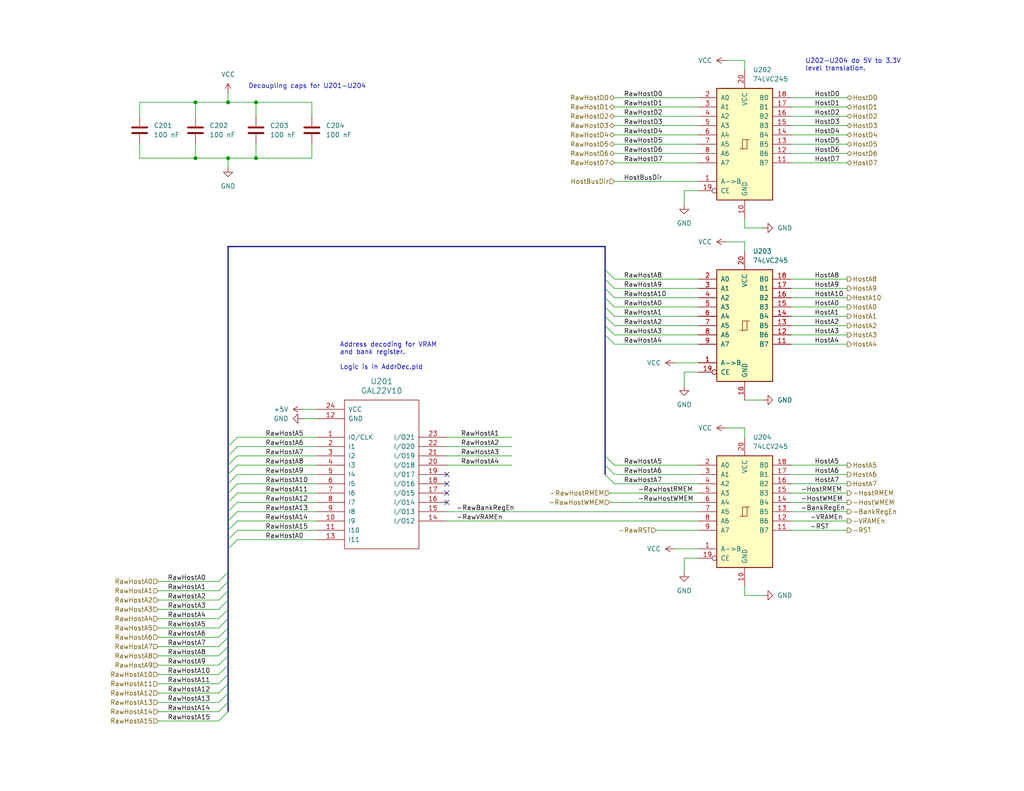
<source format=kicad_sch>
(kicad_sch (version 20231120) (generator "eeschema") (generator_version "8.0")
  (paper "USLetter")
  (title_block (title "Host interface") (company "daveho hacks"))
  (lib_symbols
    (symbol "74xx:74LS245" (pin_names (offset 1.016))
      (property "Reference" "U" (at -7.62 16.51 0))
      (property "Value" "74LS245" (at -7.62 -16.51 0))
      (symbol "74LS245_1_0"
        (polyline (pts (xy -0.635 -1.27) (xy -0.635 1.27) (xy 0.635 1.27)))
        (polyline (pts (xy -1.27 -1.27) (xy 0.635 -1.27) (xy 0.635 1.27) (xy 1.27 1.27)))
        (pin input line (at -12.7 -10.16 0) (length 5.08) (name "A->B") (number "1"))
        (pin power_in line (at 0 -20.32 90) (length 5.08) (name "GND") (number "10"))
        (pin tri_state line (at 12.7 -5.08 180) (length 5.08) (name "B7") (number "11"))
        (pin tri_state line (at 12.7 -2.54 180) (length 5.08) (name "B6") (number "12"))
        (pin tri_state line (at 12.7 0 180) (length 5.08) (name "B5") (number "13"))
        (pin tri_state line (at 12.7 2.54 180) (length 5.08) (name "B4") (number "14"))
        (pin tri_state line (at 12.7 5.08 180) (length 5.08) (name "B3") (number "15"))
        (pin tri_state line (at 12.7 7.62 180) (length 5.08) (name "B2") (number "16"))
        (pin tri_state line (at 12.7 10.16 180) (length 5.08) (name "B1") (number "17"))
        (pin tri_state line (at 12.7 12.7 180) (length 5.08) (name "B0") (number "18"))
        (pin input inverted (at -12.7 -12.7 0) (length 5.08) (name "CE") (number "19"))
        (pin tri_state line (at -12.7 12.7 0) (length 5.08) (name "A0") (number "2"))
        (pin power_in line (at 0 20.32 270) (length 5.08) (name "VCC") (number "20"))
        (pin tri_state line (at -12.7 10.16 0) (length 5.08) (name "A1") (number "3"))
        (pin tri_state line (at -12.7 7.62 0) (length 5.08) (name "A2") (number "4"))
        (pin tri_state line (at -12.7 5.08 0) (length 5.08) (name "A3") (number "5"))
        (pin tri_state line (at -12.7 2.54 0) (length 5.08) (name "A4") (number "6"))
        (pin tri_state line (at -12.7 0 0) (length 5.08) (name "A5") (number "7"))
        (pin tri_state line (at -12.7 -2.54 0) (length 5.08) (name "A6") (number "8"))
        (pin tri_state line (at -12.7 -5.08 0) (length 5.08) (name "A7") (number "9"))
      )
      (symbol "74LS245_1_1"
        (rectangle (start -7.62 15.24) (end 7.62 -15.24) (stroke (width 0.254)) (fill (type background)))
      )
    )
    (symbol "Device:C" (pin_numbers hide) (pin_names (offset 0.254))
      (property "Reference" "C" (at 0.635 2.54 0))
      (property "Value" "C" (at 0.635 -2.54 0))
      (symbol "C_0_1"
        (polyline (pts (xy -2.032 -0.762) (xy 2.032 -0.762)) (stroke (width 0.508)))
        (polyline (pts (xy -2.032 0.762) (xy 2.032 0.762)) (stroke (width 0.508)))
      )
      (symbol "C_1_1"
        (pin passive line (at 0 3.81 270) (length 2.794) (name "~") (number "1"))
        (pin passive line (at 0 -3.81 90) (length 2.794) (name "~") (number "2"))
      )
    )
    (symbol "power:+5V" (power) (pin_numbers hide) (pin_names (offset 0) hide)
      (property "Value" "+5V" (at 0 3.556 0))
      (symbol "+5V_0_1"
        (polyline (pts (xy -0.762 1.27) (xy 0 2.54)))
        (polyline (pts (xy 0 0) (xy 0 2.54)))
        (polyline (pts (xy 0 2.54) (xy 0.762 1.27)))
      )
      (symbol "+5V_1_1"
        (pin power_in line (at 0 0 90) (length 0) (name "~") (number "1"))
      )
    )
    (symbol "power:GND" (power) (pin_numbers hide) (pin_names (offset 0) hide)
      (property "Value" "GND" (at 0 -3.81 0))
      (symbol "GND_0_1"
        (polyline (pts (xy 0 0) (xy 0 -1.27) (xy 1.27 -1.27) (xy 0 -2.54) (xy -1.27 -1.27) (xy 0 -1.27)))
      )
      (symbol "GND_1_1"
        (pin power_in line (at 0 0 270) (length 0) (name "~") (number "1"))
      )
    )
    (symbol "power:VCC" (power) (pin_numbers hide) (pin_names (offset 0) hide)
      (property "Value" "VCC" (at 0 3.556 0))
      (symbol "VCC_0_1"
        (polyline (pts (xy -0.762 1.27) (xy 0 2.54)))
        (polyline (pts (xy 0 0) (xy 0 2.54)))
        (polyline (pts (xy 0 2.54) (xy 0.762 1.27)))
      )
      (symbol "VCC_1_1"
        (pin power_in line (at 0 0 90) (length 0) (name "~") (number "1"))
      )
    )
    (symbol "ya68k:GAL22V10" (pin_names (offset 1.016))
      (property "Reference" "U" (at -1.27 20.32 0))
      (property "Value" "GAL22V10" (at 0 -24.13 0))
      (symbol "GAL22V10_0_1"
        (rectangle (start -10.16 19.05) (end 10.16 -21.59))
      )
      (symbol "GAL22V10_1_1"
        (pin input line (at -17.78 8.89 0) (length 7.62) (name "I0/CLK") (number "1"))
        (pin input line (at -17.78 -13.97 0) (length 7.62) (name "I9") (number "10"))
        (pin input line (at -17.78 -16.51 0) (length 7.62) (name "I10") (number "11"))
        (pin power_in line (at -17.78 13.97 0) (length 7.62) (name "GND") (number "12"))
        (pin input line (at -17.78 -19.05 0) (length 7.62) (name "I11") (number "13"))
        (pin bidirectional line (at 17.78 -13.97 180) (length 7.62) (name "I/O12") (number "14"))
        (pin bidirectional line (at 17.78 -11.43 180) (length 7.62) (name "I/O13") (number "15"))
        (pin bidirectional line (at 17.78 -8.89 180) (length 7.62) (name "I/O14") (number "16"))
        (pin bidirectional line (at 17.78 -6.35 180) (length 7.62) (name "I/O15") (number "17"))
        (pin bidirectional line (at 17.78 -3.81 180) (length 7.62) (name "I/O16") (number "18"))
        (pin bidirectional line (at 17.78 -1.27 180) (length 7.62) (name "I/O17") (number "19"))
        (pin input line (at -17.78 6.35 0) (length 7.62) (name "I1") (number "2"))
        (pin bidirectional line (at 17.78 1.27 180) (length 7.62) (name "I/O18") (number "20"))
        (pin bidirectional line (at 17.78 3.81 180) (length 7.62) (name "I/O19") (number "21"))
        (pin bidirectional line (at 17.78 6.35 180) (length 7.62) (name "I/O20") (number "22"))
        (pin bidirectional line (at 17.78 8.89 180) (length 7.62) (name "I/O21") (number "23"))
        (pin power_in line (at -17.78 16.51 0) (length 7.62) (name "VCC") (number "24"))
        (pin input line (at -17.78 3.81 0) (length 7.62) (name "I2") (number "3"))
        (pin input line (at -17.78 1.27 0) (length 7.62) (name "I3") (number "4"))
        (pin input line (at -17.78 -1.27 0) (length 7.62) (name "I4") (number "5"))
        (pin input line (at -17.78 -3.81 0) (length 7.62) (name "I5") (number "6"))
        (pin input line (at -17.78 -6.35 0) (length 7.62) (name "I6") (number "7"))
        (pin input line (at -17.78 -8.89 0) (length 7.62) (name "I7") (number "8"))
        (pin input line (at -17.78 -11.43 0) (length 7.62) (name "I8") (number "9"))
      )
    )
  )
  (junction (at 69.85 43.18))
  (junction (at 53.34 27.94))
  (junction (at 53.34 43.18))
  (junction (at 69.85 27.94))
  (junction (at 62.23 43.18))
  (junction (at 62.23 27.94))
  (no_connect (at 121.92 137.16))
  (no_connect (at 121.92 129.54))
  (no_connect (at 121.92 134.62))
  (no_connect (at 121.92 132.08))
  (bus_entry (at 62.23 132.08) (size 2.54 -2.54))
  (bus_entry (at 62.23 121.92) (size 2.54 -2.54))
  (bus_entry (at 59.69 194.31) (size 2.54 -2.54))
  (bus_entry (at 59.69 173.99) (size 2.54 -2.54))
  (bus_entry (at 59.69 189.23) (size 2.54 -2.54))
  (bus_entry (at 62.23 124.46) (size 2.54 -2.54))
  (bus_entry (at 59.69 163.83) (size 2.54 -2.54))
  (bus_entry (at 165.1 73.66) (size 2.54 2.54))
  (bus_entry (at 59.69 171.45) (size 2.54 -2.54))
  (bus_entry (at 165.1 127) (size 2.54 2.54))
  (bus_entry (at 59.69 168.91) (size 2.54 -2.54))
  (bus_entry (at 62.23 134.62) (size 2.54 -2.54))
  (bus_entry (at 59.69 166.37) (size 2.54 -2.54))
  (bus_entry (at 62.23 149.86) (size 2.54 -2.54))
  (bus_entry (at 62.23 137.16) (size 2.54 -2.54))
  (bus_entry (at 165.1 81.28) (size 2.54 2.54))
  (bus_entry (at 165.1 78.74) (size 2.54 2.54))
  (bus_entry (at 59.69 181.61) (size 2.54 -2.54))
  (bus_entry (at 165.1 91.44) (size 2.54 2.54))
  (bus_entry (at 59.69 184.15) (size 2.54 -2.54))
  (bus_entry (at 62.23 144.78) (size 2.54 -2.54))
  (bus_entry (at 62.23 129.54) (size 2.54 -2.54))
  (bus_entry (at 165.1 86.36) (size 2.54 2.54))
  (bus_entry (at 59.69 176.53) (size 2.54 -2.54))
  (bus_entry (at 59.69 196.85) (size 2.54 -2.54))
  (bus_entry (at 59.69 179.07) (size 2.54 -2.54))
  (bus_entry (at 165.1 88.9) (size 2.54 2.54))
  (bus_entry (at 165.1 76.2) (size 2.54 2.54))
  (bus_entry (at 62.23 139.7) (size 2.54 -2.54))
  (bus_entry (at 165.1 83.82) (size 2.54 2.54))
  (bus_entry (at 62.23 127) (size 2.54 -2.54))
  (bus_entry (at 59.69 158.75) (size 2.54 -2.54))
  (bus_entry (at 59.69 191.77) (size 2.54 -2.54))
  (bus_entry (at 59.69 161.29) (size 2.54 -2.54))
  (bus_entry (at 59.69 186.69) (size 2.54 -2.54))
  (bus_entry (at 165.1 129.54) (size 2.54 2.54))
  (bus_entry (at 62.23 147.32) (size 2.54 -2.54))
  (bus_entry (at 165.1 124.46) (size 2.54 2.54))
  (bus_entry (at 62.23 142.24) (size 2.54 -2.54))
  (wire (pts (xy 203.2 66.04) (xy 203.2 68.58)))
  (wire (pts (xy 215.9 129.54) (xy 231.14 129.54)))
  (wire (pts (xy 167.64 129.54) (xy 190.5 129.54)))
  (bus (pts (xy 165.1 86.36) (xy 165.1 88.9)))
  (bus (pts (xy 62.23 147.32) (xy 62.23 149.86)))
  (bus (pts (xy 62.23 171.45) (xy 62.23 173.99)))
  (wire (pts (xy 215.9 81.28) (xy 231.14 81.28)))
  (wire (pts (xy 43.18 176.53) (xy 59.69 176.53)))
  (wire (pts (xy 203.2 162.56) (xy 203.2 160.02)))
  (wire (pts (xy 167.64 76.2) (xy 190.5 76.2)))
  (wire (pts (xy 64.77 119.38) (xy 86.36 119.38)))
  (wire (pts (xy 167.64 44.45) (xy 190.5 44.45)))
  (bus (pts (xy 62.23 181.61) (xy 62.23 184.15)))
  (wire (pts (xy 64.77 144.78) (xy 86.36 144.78)))
  (bus (pts (xy 62.23 163.83) (xy 62.23 166.37)))
  (bus (pts (xy 165.1 76.2) (xy 165.1 78.74)))
  (wire (pts (xy 215.9 31.75) (xy 231.14 31.75)))
  (wire (pts (xy 167.64 83.82) (xy 190.5 83.82)))
  (wire (pts (xy 190.5 152.4) (xy 186.69 152.4)))
  (wire (pts (xy 166.37 134.62) (xy 190.5 134.62)))
  (wire (pts (xy 215.9 83.82) (xy 231.14 83.82)))
  (bus (pts (xy 62.23 191.77) (xy 62.23 194.31)))
  (wire (pts (xy 82.55 114.3) (xy 86.36 114.3)))
  (bus (pts (xy 62.23 127) (xy 62.23 129.54)))
  (bus (pts (xy 62.23 168.91) (xy 62.23 171.45)))
  (wire (pts (xy 69.85 27.94) (xy 85.09 27.94)))
  (wire (pts (xy 62.23 27.94) (xy 69.85 27.94)))
  (wire (pts (xy 64.77 139.7) (xy 86.36 139.7)))
  (wire (pts (xy 53.34 39.37) (xy 53.34 43.18)))
  (wire (pts (xy 53.34 27.94) (xy 53.34 31.75)))
  (bus (pts (xy 165.1 88.9) (xy 165.1 91.44)))
  (wire (pts (xy 167.64 132.08) (xy 190.5 132.08)))
  (wire (pts (xy 215.9 29.21) (xy 231.14 29.21)))
  (wire (pts (xy 167.64 91.44) (xy 190.5 91.44)))
  (wire (pts (xy 215.9 127) (xy 231.14 127)))
  (wire (pts (xy 121.92 139.7) (xy 190.5 139.7)))
  (wire (pts (xy 38.1 27.94) (xy 38.1 31.75)))
  (wire (pts (xy 215.9 137.16) (xy 231.14 137.16)))
  (wire (pts (xy 215.9 39.37) (xy 231.14 39.37)))
  (bus (pts (xy 62.23 144.78) (xy 62.23 147.32)))
  (wire (pts (xy 64.77 137.16) (xy 86.36 137.16)))
  (bus (pts (xy 165.1 127) (xy 165.1 129.54)))
  (wire (pts (xy 64.77 134.62) (xy 86.36 134.62)))
  (bus (pts (xy 62.23 132.08) (xy 62.23 134.62)))
  (wire (pts (xy 215.9 26.67) (xy 231.14 26.67)))
  (wire (pts (xy 167.64 39.37) (xy 190.5 39.37)))
  (wire (pts (xy 43.18 194.31) (xy 59.69 194.31)))
  (wire (pts (xy 53.34 43.18) (xy 62.23 43.18)))
  (wire (pts (xy 43.18 181.61) (xy 59.69 181.61)))
  (wire (pts (xy 121.92 124.46) (xy 139.7 124.46)))
  (wire (pts (xy 215.9 78.74) (xy 231.14 78.74)))
  (wire (pts (xy 167.64 29.21) (xy 190.5 29.21)))
  (wire (pts (xy 64.77 142.24) (xy 86.36 142.24)))
  (wire (pts (xy 184.15 149.86) (xy 190.5 149.86)))
  (bus (pts (xy 165.1 91.44) (xy 165.1 124.46)))
  (wire (pts (xy 64.77 124.46) (xy 86.36 124.46)))
  (wire (pts (xy 167.64 78.74) (xy 190.5 78.74)))
  (bus (pts (xy 62.23 179.07) (xy 62.23 181.61)))
  (bus (pts (xy 62.23 158.75) (xy 62.23 161.29)))
  (wire (pts (xy 215.9 132.08) (xy 231.14 132.08)))
  (bus (pts (xy 62.23 176.53) (xy 62.23 179.07)))
  (wire (pts (xy 121.92 127) (xy 139.7 127)))
  (wire (pts (xy 215.9 134.62) (xy 231.14 134.62)))
  (wire (pts (xy 215.9 34.29) (xy 231.14 34.29)))
  (bus (pts (xy 62.23 134.62) (xy 62.23 137.16)))
  (bus (pts (xy 165.1 124.46) (xy 165.1 127)))
  (wire (pts (xy 215.9 41.91) (xy 231.14 41.91)))
  (wire (pts (xy 167.64 36.83) (xy 190.5 36.83)))
  (bus (pts (xy 62.23 149.86) (xy 62.23 156.21)))
  (bus (pts (xy 165.1 83.82) (xy 165.1 86.36)))
  (wire (pts (xy 167.64 49.53) (xy 190.5 49.53)))
  (wire (pts (xy 215.9 91.44) (xy 231.14 91.44)))
  (wire (pts (xy 167.64 88.9) (xy 190.5 88.9)))
  (wire (pts (xy 53.34 27.94) (xy 62.23 27.94)))
  (wire (pts (xy 166.37 137.16) (xy 190.5 137.16)))
  (wire (pts (xy 64.77 129.54) (xy 86.36 129.54)))
  (wire (pts (xy 43.18 184.15) (xy 59.69 184.15)))
  (wire (pts (xy 43.18 163.83) (xy 59.69 163.83)))
  (wire (pts (xy 186.69 52.07) (xy 186.69 55.88)))
  (wire (pts (xy 186.69 101.6) (xy 186.69 105.41)))
  (wire (pts (xy 198.12 66.04) (xy 203.2 66.04)))
  (wire (pts (xy 215.9 76.2) (xy 231.14 76.2)))
  (wire (pts (xy 121.92 121.92) (xy 139.7 121.92)))
  (bus (pts (xy 62.23 67.31) (xy 62.23 121.92)))
  (bus (pts (xy 62.23 139.7) (xy 62.23 142.24)))
  (wire (pts (xy 82.55 111.76) (xy 86.36 111.76)))
  (wire (pts (xy 43.18 189.23) (xy 59.69 189.23)))
  (wire (pts (xy 43.18 191.77) (xy 59.69 191.77)))
  (wire (pts (xy 186.69 152.4) (xy 186.69 156.21)))
  (wire (pts (xy 43.18 161.29) (xy 59.69 161.29)))
  (wire (pts (xy 184.15 99.06) (xy 190.5 99.06)))
  (wire (pts (xy 69.85 27.94) (xy 69.85 31.75)))
  (bus (pts (xy 62.23 142.24) (xy 62.23 144.78)))
  (wire (pts (xy 215.9 139.7) (xy 231.14 139.7)))
  (wire (pts (xy 203.2 62.23) (xy 203.2 59.69)))
  (wire (pts (xy 190.5 101.6) (xy 186.69 101.6)))
  (wire (pts (xy 203.2 16.51) (xy 203.2 19.05)))
  (wire (pts (xy 38.1 27.94) (xy 53.34 27.94)))
  (wire (pts (xy 38.1 43.18) (xy 53.34 43.18)))
  (wire (pts (xy 198.12 16.51) (xy 203.2 16.51)))
  (bus (pts (xy 62.23 166.37) (xy 62.23 168.91)))
  (wire (pts (xy 121.92 142.24) (xy 190.5 142.24)))
  (wire (pts (xy 62.23 25.4) (xy 62.23 27.94)))
  (wire (pts (xy 69.85 43.18) (xy 85.09 43.18)))
  (wire (pts (xy 64.77 147.32) (xy 86.36 147.32)))
  (wire (pts (xy 167.64 31.75) (xy 190.5 31.75)))
  (bus (pts (xy 62.23 184.15) (xy 62.23 186.69)))
  (bus (pts (xy 165.1 81.28) (xy 165.1 83.82)))
  (wire (pts (xy 43.18 171.45) (xy 59.69 171.45)))
  (wire (pts (xy 215.9 36.83) (xy 231.14 36.83)))
  (wire (pts (xy 215.9 44.45) (xy 231.14 44.45)))
  (wire (pts (xy 215.9 88.9) (xy 231.14 88.9)))
  (wire (pts (xy 167.64 81.28) (xy 190.5 81.28)))
  (bus (pts (xy 62.23 161.29) (xy 62.23 163.83)))
  (bus (pts (xy 62.23 156.21) (xy 62.23 158.75)))
  (wire (pts (xy 64.77 132.08) (xy 86.36 132.08)))
  (wire (pts (xy 167.64 86.36) (xy 190.5 86.36)))
  (bus (pts (xy 62.23 67.31) (xy 165.1 67.31)))
  (bus (pts (xy 165.1 73.66) (xy 165.1 76.2)))
  (wire (pts (xy 190.5 144.78) (xy 179.07 144.78)))
  (bus (pts (xy 62.23 121.92) (xy 62.23 124.46)))
  (wire (pts (xy 38.1 39.37) (xy 38.1 43.18)))
  (wire (pts (xy 64.77 121.92) (xy 86.36 121.92)))
  (wire (pts (xy 215.9 144.78) (xy 231.14 144.78)))
  (bus (pts (xy 165.1 78.74) (xy 165.1 81.28)))
  (wire (pts (xy 62.23 43.18) (xy 62.23 45.72)))
  (bus (pts (xy 62.23 186.69) (xy 62.23 189.23)))
  (wire (pts (xy 121.92 119.38) (xy 139.7 119.38)))
  (bus (pts (xy 62.23 189.23) (xy 62.23 191.77)))
  (wire (pts (xy 43.18 196.85) (xy 59.69 196.85)))
  (wire (pts (xy 167.64 93.98) (xy 190.5 93.98)))
  (wire (pts (xy 167.64 41.91) (xy 190.5 41.91)))
  (wire (pts (xy 43.18 173.99) (xy 59.69 173.99)))
  (wire (pts (xy 85.09 27.94) (xy 85.09 31.75)))
  (wire (pts (xy 215.9 86.36) (xy 231.14 86.36)))
  (bus (pts (xy 62.23 124.46) (xy 62.23 127)))
  (wire (pts (xy 43.18 166.37) (xy 59.69 166.37)))
  (wire (pts (xy 62.23 43.18) (xy 69.85 43.18)))
  (wire (pts (xy 203.2 116.84) (xy 203.2 119.38)))
  (wire (pts (xy 167.64 127) (xy 190.5 127)))
  (bus (pts (xy 62.23 129.54) (xy 62.23 132.08)))
  (wire (pts (xy 69.85 39.37) (xy 69.85 43.18)))
  (wire (pts (xy 203.2 62.23) (xy 208.28 62.23)))
  (bus (pts (xy 165.1 67.31) (xy 165.1 73.66)))
  (wire (pts (xy 190.5 52.07) (xy 186.69 52.07)))
  (wire (pts (xy 215.9 93.98) (xy 231.14 93.98)))
  (wire (pts (xy 43.18 168.91) (xy 59.69 168.91)))
  (wire (pts (xy 85.09 43.18) (xy 85.09 39.37)))
  (bus (pts (xy 62.23 173.99) (xy 62.23 176.53)))
  (wire (pts (xy 198.12 116.84) (xy 203.2 116.84)))
  (wire (pts (xy 64.77 127) (xy 86.36 127)))
  (bus (pts (xy 62.23 137.16) (xy 62.23 139.7)))
  (wire (pts (xy 43.18 179.07) (xy 59.69 179.07)))
  (wire (pts (xy 43.18 158.75) (xy 59.69 158.75)))
  (wire (pts (xy 167.64 26.67) (xy 190.5 26.67)))
  (wire (pts (xy 203.2 109.22) (xy 208.28 109.22)))
  (wire (pts (xy 215.9 142.24) (xy 231.14 142.24)))
  (wire (pts (xy 203.2 162.56) (xy 208.28 162.56)))
  (wire (pts (xy 43.18 186.69) (xy 59.69 186.69)))
  (wire (pts (xy 167.64 34.29) (xy 190.5 34.29)))
  (text "Decoupling caps for U201-U204" (at 83.82 23.622 0) (effects (font (size 1.27 1.27))))
  (text "Address decoding for VRAM\nand bank register.\n\nLogic is in AddrDec.pld" (at 92.71 97.282 0) (effects (font (size 1.27 1.27)) (justify left)))
  (text "U202-U204 do 5V to 3.3V\nlevel translation." (at 219.71 17.78 0) (effects (font (size 1.27 1.27)) (justify left)))
  (label "HostA6" (at 222.25 129.54 0))
  (label "HostA9" (at 222.25 78.74 0))
  (label "RawHostA0" (at 170.18 83.82 0))
  (label "RawHostA4" (at 170.18 93.98 0))
  (label "-BankRegEn" (at 218.44 139.7 0))
  (label "RawHostA0" (at 45.72 158.75 0))
  (label "HostD6" (at 222.25 41.91 0))
  (label "HostA5" (at 222.25 127 0))
  (label "-RST" (at 220.98 144.78 0))
  (label "RawHostD0" (at 170.18 26.67 0))
  (label "RawHostA6" (at 72.39 121.92 0))
  (label "RawHostA8" (at 170.18 76.2 0))
  (label "HostA1" (at 222.25 86.36 0))
  (label "-VRAMEn" (at 220.98 142.24 0))
  (label "-HostWMEM" (at 218.44 137.16 0))
  (label "RawHostA12" (at 72.39 137.16 0))
  (label "RawHostA8" (at 72.39 127 0))
  (label "RawHostA2" (at 125.73 121.92 0))
  (label "HostBusDir" (at 170.18 49.53 0))
  (label "RawHostA11" (at 72.39 134.62 0))
  (label "RawHostD4" (at 170.18 36.83 0))
  (label "HostD4" (at 222.25 36.83 0))
  (label "RawHostA3" (at 125.73 124.46 0))
  (label "HostA4" (at 222.25 93.98 0))
  (label "RawHostA0" (at 72.39 147.32 0))
  (label "RawHostA10" (at 170.18 81.28 0))
  (label "RawHostA3" (at 45.72 166.37 0))
  (label "HostA10" (at 222.25 81.28 0))
  (label "RawHostA9" (at 45.72 181.61 0))
  (label "-RawHostWMEM" (at 173.99 137.16 0))
  (label "RawHostD2" (at 170.18 31.75 0))
  (label "RawHostD6" (at 170.18 41.91 0))
  (label "RawHostA8" (at 45.72 179.07 0))
  (label "RawHostA6" (at 45.72 173.99 0))
  (label "RawHostA1" (at 45.72 161.29 0))
  (label "RawHostA3" (at 170.18 91.44 0))
  (label "RawHostA13" (at 45.72 191.77 0))
  (label "RawHostA5" (at 72.39 119.38 0))
  (label "RawHostA12" (at 45.72 189.23 0))
  (label "RawHostA2" (at 45.72 163.83 0))
  (label "HostD5" (at 222.25 39.37 0))
  (label "RawHostA6" (at 170.18 129.54 0))
  (label "RawHostA13" (at 72.39 139.7 0))
  (label "RawHostA10" (at 72.39 132.08 0))
  (label "HostA2" (at 222.25 88.9 0))
  (label "RawHostD5" (at 170.18 39.37 0))
  (label "RawHostA9" (at 170.18 78.74 0))
  (label "RawHostA10" (at 45.72 184.15 0))
  (label "RawHostD3" (at 170.18 34.29 0))
  (label "RawHostA4" (at 125.73 127 0))
  (label "HostA7" (at 222.25 132.08 0))
  (label "RawHostA7" (at 170.18 132.08 0))
  (label "RawHostD1" (at 170.18 29.21 0))
  (label "-RawHostRMEM" (at 173.99 134.62 0))
  (label "RawHostA14" (at 45.72 194.31 0))
  (label "RawHostA15" (at 45.72 196.85 0))
  (label "RawHostA1" (at 125.73 119.38 0))
  (label "RawHostA5" (at 45.72 171.45 0))
  (label "RawHostA5" (at 170.18 127 0))
  (label "RawHostA9" (at 72.39 129.54 0))
  (label "RawHostA11" (at 45.72 186.69 0))
  (label "HostD3" (at 222.25 34.29 0))
  (label "HostA8" (at 222.25 76.2 0))
  (label "RawHostA14" (at 72.39 142.24 0))
  (label "HostD2" (at 222.25 31.75 0))
  (label "HostD7" (at 222.25 44.45 0))
  (label "RawHostA4" (at 45.72 168.91 0))
  (label "RawHostD7" (at 170.18 44.45 0))
  (label "HostD1" (at 222.25 29.21 0))
  (label "HostA3" (at 222.25 91.44 0))
  (label "-HostRMEM" (at 218.44 134.62 0))
  (label "RawHostA7" (at 72.39 124.46 0))
  (label "-RawVRAMEn" (at 124.46 142.24 0))
  (label "HostA0" (at 222.25 83.82 0))
  (label "RawHostA2" (at 170.18 88.9 0))
  (label "-RawBankRegEn" (at 124.46 139.7 0))
  (label "HostD0" (at 222.25 26.67 0))
  (label "RawHostA15" (at 72.39 144.78 0))
  (label "RawHostA7" (at 45.72 176.53 0))
  (label "RawHostA1" (at 170.18 86.36 0))
  (hierarchical_label "RawHostD6" (shape bidirectional) (at 167.64 41.91 180))
  (hierarchical_label "RawHostD3" (shape bidirectional) (at 167.64 34.29 180))
  (hierarchical_label "HostBusDir" (shape input) (at 167.64 49.53 180))
  (hierarchical_label "RawHostD5" (shape bidirectional) (at 167.64 39.37 180))
  (hierarchical_label "-RST" (shape output) (at 231.14 144.78 0))
  (hierarchical_label "HostA9" (shape output) (at 231.14 78.74 0))
  (hierarchical_label "RawHostA13" (shape input) (at 43.18 191.77 180))
  (hierarchical_label "RawHostD4" (shape bidirectional) (at 167.64 36.83 180))
  (hierarchical_label "RawHostA8" (shape input) (at 43.18 179.07 180))
  (hierarchical_label "HostA1" (shape output) (at 231.14 86.36 0))
  (hierarchical_label "HostA3" (shape output) (at 231.14 91.44 0))
  (hierarchical_label "HostD3" (shape bidirectional) (at 231.14 34.29 0))
  (hierarchical_label "RawHostD1" (shape bidirectional) (at 167.64 29.21 180))
  (hierarchical_label "HostA4" (shape output) (at 231.14 93.98 0))
  (hierarchical_label "RawHostA4" (shape input) (at 43.18 168.91 180))
  (hierarchical_label "HostA10" (shape output) (at 231.14 81.28 0))
  (hierarchical_label "HostD7" (shape bidirectional) (at 231.14 44.45 0))
  (hierarchical_label "RawHostA2" (shape input) (at 43.18 163.83 180))
  (hierarchical_label "HostA5" (shape output) (at 231.14 127 0))
  (hierarchical_label "HostA6" (shape output) (at 231.14 129.54 0))
  (hierarchical_label "RawHostD0" (shape bidirectional) (at 167.64 26.67 180))
  (hierarchical_label "RawHostA3" (shape input) (at 43.18 166.37 180))
  (hierarchical_label "RawHostD7" (shape bidirectional) (at 167.64 44.45 180))
  (hierarchical_label "HostD1" (shape bidirectional) (at 231.14 29.21 0))
  (hierarchical_label "HostD5" (shape bidirectional) (at 231.14 39.37 0))
  (hierarchical_label "RawHostA12" (shape input) (at 43.18 189.23 180))
  (hierarchical_label "-RawHostRMEM" (shape input) (at 166.37 134.62 180))
  (hierarchical_label "RawHostA1" (shape input) (at 43.18 161.29 180))
  (hierarchical_label "HostA0" (shape output) (at 231.14 83.82 0))
  (hierarchical_label "HostA8" (shape output) (at 231.14 76.2 0))
  (hierarchical_label "HostA7" (shape output) (at 231.14 132.08 0))
  (hierarchical_label "HostD2" (shape bidirectional) (at 231.14 31.75 0))
  (hierarchical_label "-BankRegEn" (shape output) (at 231.14 139.7 0))
  (hierarchical_label "-HostRMEM" (shape output) (at 231.14 134.62 0))
  (hierarchical_label "RawHostA0" (shape input) (at 43.18 158.75 180))
  (hierarchical_label "RawHostA6" (shape input) (at 43.18 173.99 180))
  (hierarchical_label "-RawHostWMEM" (shape input) (at 166.37 137.16 180))
  (hierarchical_label "RawHostA5" (shape input) (at 43.18 171.45 180))
  (hierarchical_label "HostD0" (shape bidirectional) (at 231.14 26.67 0))
  (hierarchical_label "HostA2" (shape output) (at 231.14 88.9 0))
  (hierarchical_label "-HostWMEM" (shape output) (at 231.14 137.16 0))
  (hierarchical_label "HostD6" (shape bidirectional) (at 231.14 41.91 0))
  (hierarchical_label "RawHostA7" (shape input) (at 43.18 176.53 180))
  (hierarchical_label "-RawRST" (shape input) (at 179.07 144.78 180))
  (hierarchical_label "RawHostD2" (shape bidirectional) (at 167.64 31.75 180))
  (hierarchical_label "HostD4" (shape bidirectional) (at 231.14 36.83 0))
  (hierarchical_label "RawHostA9" (shape input) (at 43.18 181.61 180))
  (hierarchical_label "RawHostA15" (shape input) (at 43.18 196.85 180))
  (hierarchical_label "-VRAMEn" (shape output) (at 231.14 142.24 0))
  (hierarchical_label "RawHostA11" (shape input) (at 43.18 186.69 180))
  (hierarchical_label "RawHostA14" (shape input) (at 43.18 194.31 180))
  (hierarchical_label "RawHostA10" (shape input) (at 43.18 184.15 180))
  (symbol (lib_id "power:GND") (at 208.28 62.23 90) (unit 1)
    (property "Reference" "#PWR021" (effects (hide yes)))
    (property "Value" "GND" (at 212.09 62.2299 90) (effects (justify right)))
    (property "Description" "Power symbol creates a global label with name \"GND\" , ground" (effects (hide yes)))
  )
  (symbol (lib_id "power:VCC") (at 198.12 116.84 90) (unit 1)
    (property "Reference" "#PWR019" (effects (hide yes)))
    (property "Value" "VCC" (at 194.31 116.8399 90) (effects (justify left)))
    (property "Description" "Power symbol creates a global label with name \"VCC\"" (effects (hide yes)))
  )
  (symbol (lib_id "power:GND") (at 186.69 156.21 0) (unit 1)
    (property "Reference" "#PWR015" (effects (hide yes)))
    (property "Value" "GND" (at 186.69 161.29 0))
    (property "Description" "Power symbol creates a global label with name \"GND\" , ground" (effects (hide yes)))
  )
  (symbol (lib_id "power:VCC") (at 198.12 16.51 90) (unit 1)
    (property "Reference" "#PWR017" (effects (hide yes)))
    (property "Value" "VCC" (at 194.31 16.5099 90) (effects (justify left)))
    (property "Description" "Power symbol creates a global label with name \"VCC\"" (effects (hide yes)))
  )
  (symbol (lib_id "power:VCC") (at 62.23 25.4 0) (unit 1)
    (property "Reference" "#PWR016" (effects (hide yes)))
    (property "Value" "VCC" (at 62.23 20.32 0))
    (property "Description" "Power symbol creates a global label with name \"VCC\"" (effects (hide yes)))
  )
  (symbol (lib_id "power:VCC") (at 184.15 149.86 90) (unit 1)
    (property "Reference" "#PWR011" (effects (hide yes)))
    (property "Value" "VCC" (at 180.34 149.8599 90) (effects (justify left)))
    (property "Description" "Power symbol creates a global label with name \"VCC\"" (effects (hide yes)))
  )
  (symbol (lib_id "power:GND") (at 62.23 45.72 0) (unit 1)
    (property "Reference" "#PWR020" (effects (hide yes)))
    (property "Value" "GND" (at 62.23 50.8 0))
    (property "Description" "Power symbol creates a global label with name \"GND\" , ground" (effects (hide yes)))
  )
  (symbol (lib_id "power:GND") (at 186.69 105.41 0) (unit 1)
    (property "Reference" "#PWR014" (effects (hide yes)))
    (property "Value" "GND" (at 186.69 110.49 0))
    (property "Description" "Power symbol creates a global label with name \"GND\" , ground" (effects (hide yes)))
  )
  (symbol (lib_id "power:GND") (at 82.55 114.3 270) (unit 1)
    (property "Reference" "#PWR012" (effects (hide yes)))
    (property "Value" "GND" (at 78.74 114.2999 90) (effects (justify right)))
    (property "Description" "Power symbol creates a global label with name \"GND\" , ground" (effects (hide yes)))
  )
  (symbol (lib_id "Device:C") (at 85.09 35.56 0) (unit 1)
    (property "Reference" "C204" (at 88.9 34.2899 0) (effects (justify left)))
    (property "Value" "100 nF" (at 88.9 36.8299 0) (effects (justify left)))
    (property "Description" "Unpolarized capacitor" (effects (hide yes)))
  )
  (symbol (lib_id "power:GND") (at 208.28 162.56 90) (unit 1)
    (property "Reference" "#PWR023" (effects (hide yes)))
    (property "Value" "GND" (at 212.09 162.5599 90) (effects (justify right)))
    (property "Description" "Power symbol creates a global label with name \"GND\" , ground" (effects (hide yes)))
  )
  (symbol (lib_id "Device:C") (at 53.34 35.56 0) (unit 1)
    (property "Reference" "C202" (at 57.15 34.2899 0) (effects (justify left)))
    (property "Value" "100 nF" (at 57.15 36.8299 0) (effects (justify left)))
    (property "Description" "Unpolarized capacitor" (effects (hide yes)))
  )
  (symbol (lib_id "power:+5V") (at 82.55 111.76 90) (unit 1)
    (property "Reference" "#PWR08" (effects (hide yes)))
    (property "Value" "+5V" (at 78.74 111.7599 90) (effects (justify left)))
    (property "Description" "Power symbol creates a global label with name \"+5V\"" (effects (hide yes)))
  )
  (symbol (lib_id "74xx:74LS245") (at 203.2 39.37 0) (unit 1)
    (property "Reference" "U202" (at 205.3941 19.05 0) (effects (justify left)))
    (property "Value" "74LVC245" (at 205.3941 21.59 0) (effects (justify left)))
    (property "Datasheet" "http://www.ti.com/lit/gpn/sn74LS245" (effects (hide yes)))
    (property "Description" "Octal BUS Transceivers, 3-State outputs" (effects (hide yes)))
  )
  (symbol (lib_id "74xx:74LS245") (at 203.2 88.9 0) (unit 1)
    (property "Reference" "U203" (at 205.3941 68.58 0) (effects (justify left)))
    (property "Value" "74LVC245" (at 205.3941 71.12 0) (effects (justify left)))
    (property "Datasheet" "http://www.ti.com/lit/gpn/sn74LS245" (effects (hide yes)))
    (property "Description" "Octal BUS Transceivers, 3-State outputs" (effects (hide yes)))
  )
  (symbol (lib_id "power:GND") (at 208.28 109.22 90) (unit 1)
    (property "Reference" "#PWR022" (effects (hide yes)))
    (property "Value" "GND" (at 212.09 109.2199 90) (effects (justify right)))
    (property "Description" "Power symbol creates a global label with name \"GND\" , ground" (effects (hide yes)))
  )
  (symbol (lib_id "power:VCC") (at 198.12 66.04 90) (unit 1)
    (property "Reference" "#PWR018" (effects (hide yes)))
    (property "Value" "VCC" (at 194.31 66.0399 90) (effects (justify left)))
    (property "Description" "Power symbol creates a global label with name \"VCC\"" (effects (hide yes)))
  )
  (symbol (lib_id "power:GND") (at 186.69 55.88 0) (unit 1)
    (property "Reference" "#PWR013" (effects (hide yes)))
    (property "Value" "GND" (at 186.69 60.96 0))
    (property "Description" "Power symbol creates a global label with name \"GND\" , ground" (effects (hide yes)))
  )
  (symbol (lib_id "74xx:74LS245") (at 203.2 139.7 0) (unit 1)
    (property "Reference" "U204" (at 205.3941 119.38 0) (effects (justify left)))
    (property "Value" "74LCV245" (at 205.3941 121.92 0) (effects (justify left)))
    (property "Datasheet" "http://www.ti.com/lit/gpn/sn74LS245" (effects (hide yes)))
    (property "Description" "Octal BUS Transceivers, 3-State outputs" (effects (hide yes)))
  )
  (symbol (lib_id "power:VCC") (at 184.15 99.06 90) (unit 1)
    (property "Reference" "#PWR010" (effects (hide yes)))
    (property "Value" "VCC" (at 180.34 99.0599 90) (effects (justify left)))
    (property "Description" "Power symbol creates a global label with name \"VCC\"" (effects (hide yes)))
  )
  (symbol (lib_id "Device:C") (at 69.85 35.56 0) (unit 1)
    (property "Reference" "C203" (at 73.66 34.2899 0) (effects (justify left)))
    (property "Value" "100 nF" (at 73.66 36.8299 0) (effects (justify left)))
    (property "Description" "Unpolarized capacitor" (effects (hide yes)))
  )
  (symbol (lib_id "ya68k:GAL22V10") (at 104.14 128.27 0) (unit 1)
    (property "Reference" "U201" (at 104.14 104.14 0) (effects (font (size 1.524 1.524))))
    (property "Value" "GAL22V10" (at 104.14 106.68 0) (effects (font (size 1.524 1.524))))
  )
  (symbol (lib_id "Device:C") (at 38.1 35.56 0) (unit 1)
    (property "Reference" "C201" (at 41.91 34.2899 0) (effects (justify left)))
    (property "Value" "100 nF" (at 41.91 36.8299 0) (effects (justify left)))
    (property "Description" "Unpolarized capacitor" (effects (hide yes)))
  )
)
</source>
